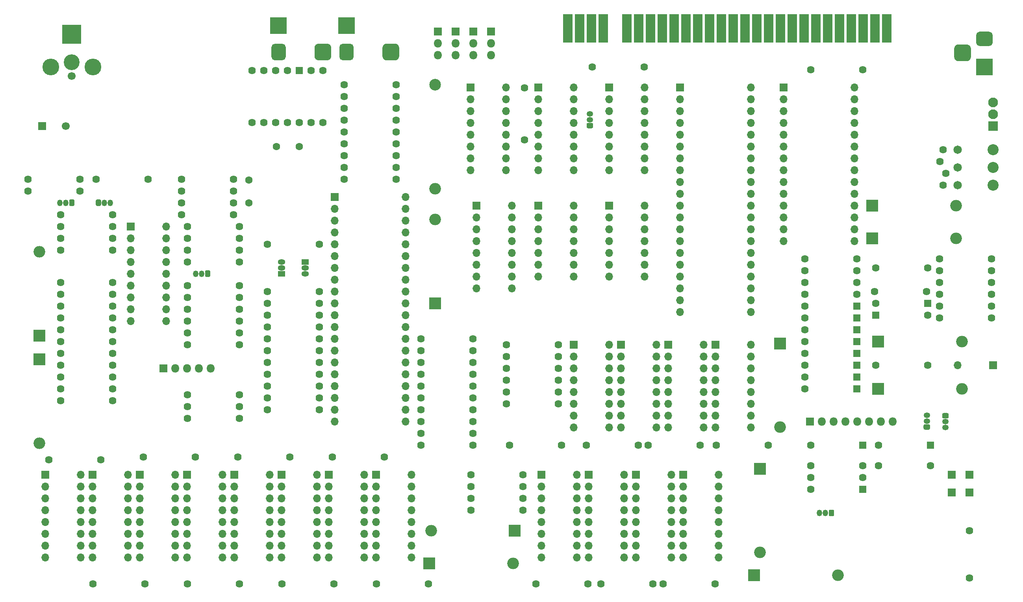
<source format=gbr>
%TF.GenerationSoftware,KiCad,Pcbnew,(5.1.6)-1*%
%TF.CreationDate,2020-12-22T12:14:04+00:00*%
%TF.ProjectId,Issue 4,49737375-6520-4342-9e6b-696361645f70,rev?*%
%TF.SameCoordinates,Original*%
%TF.FileFunction,Soldermask,Bot*%
%TF.FilePolarity,Negative*%
%FSLAX46Y46*%
G04 Gerber Fmt 4.6, Leading zero omitted, Abs format (unit mm)*
G04 Created by KiCad (PCBNEW (5.1.6)-1) date 2020-12-22 12:14:04*
%MOMM*%
%LPD*%
G01*
G04 APERTURE LIST*
%ADD10C,1.624000*%
%ADD11C,1.815000*%
%ADD12C,2.386000*%
%ADD13O,2.500000X2.500000*%
%ADD14R,2.500000X2.500000*%
%ADD15R,3.600000X3.600000*%
%ADD16O,1.700000X1.700000*%
%ADD17R,1.700000X1.700000*%
%ADD18O,1.800000X1.800000*%
%ADD19R,1.800000X1.800000*%
%ADD20R,2.100000X6.100000*%
%ADD21C,2.500000*%
%ADD22C,2.100000*%
%ADD23R,2.100000X2.100000*%
%ADD24O,1.150000X1.400000*%
%ADD25C,1.700000*%
%ADD26C,3.600000*%
%ADD27C,3.400000*%
%ADD28R,4.100000X4.100000*%
%ADD29R,1.600000X1.150000*%
%ADD30O,1.600000X1.150000*%
%ADD31R,1.624000X1.624000*%
%ADD32C,1.600000*%
%ADD33O,1.400000X1.150000*%
G04 APERTURE END LIST*
D10*
%TO.C,T1*%
X243840000Y-55880000D03*
X243205000Y-58420000D03*
X244475000Y-60960000D03*
X243840000Y-63500000D03*
D11*
X247015000Y-59690000D03*
D12*
X254635000Y-59690000D03*
X254635000Y-55880000D03*
X254635000Y-63500000D03*
D11*
X247015000Y-63500000D03*
X247015000Y-55880000D03*
%TD*%
D13*
%TO.C,C34*%
X246600000Y-67945000D03*
D14*
X228600000Y-67945000D03*
%TD*%
%TO.C,Mic0*%
G36*
G01*
X124195000Y-33125000D02*
X125995000Y-33125000D01*
G75*
G02*
X126895000Y-34025000I0J-900000D01*
G01*
X126895000Y-35825000D01*
G75*
G02*
X125995000Y-36725000I-900000J0D01*
G01*
X124195000Y-36725000D01*
G75*
G02*
X123295000Y-35825000I0J900000D01*
G01*
X123295000Y-34025000D01*
G75*
G02*
X124195000Y-33125000I900000J0D01*
G01*
G37*
G36*
G01*
X114020000Y-35950000D02*
X114020000Y-33900000D01*
G75*
G02*
X114795000Y-33125000I775000J0D01*
G01*
X116345000Y-33125000D01*
G75*
G02*
X117120000Y-33900000I0J-775000D01*
G01*
X117120000Y-35950000D01*
G75*
G02*
X116345000Y-36725000I-775000J0D01*
G01*
X114795000Y-36725000D01*
G75*
G02*
X114020000Y-35950000I0J775000D01*
G01*
G37*
D15*
X115570000Y-29210000D03*
%TD*%
D16*
%TO.C,IC5*%
X224790000Y-42545000D03*
X209550000Y-75565000D03*
X224790000Y-45085000D03*
X209550000Y-73025000D03*
X224790000Y-47625000D03*
X209550000Y-70485000D03*
X224790000Y-50165000D03*
X209550000Y-67945000D03*
X224790000Y-52705000D03*
X209550000Y-65405000D03*
X224790000Y-55245000D03*
X209550000Y-62865000D03*
X224790000Y-57785000D03*
X209550000Y-60325000D03*
X224790000Y-60325000D03*
X209550000Y-57785000D03*
X224790000Y-62865000D03*
X209550000Y-55245000D03*
X224790000Y-65405000D03*
X209550000Y-52705000D03*
X224790000Y-67945000D03*
X209550000Y-50165000D03*
X224790000Y-70485000D03*
X209550000Y-47625000D03*
X224790000Y-73025000D03*
X209550000Y-45085000D03*
X224790000Y-75565000D03*
D17*
X209550000Y-42545000D03*
%TD*%
D16*
%TO.C,IC2*%
X202565000Y-42545000D03*
X187325000Y-90805000D03*
X202565000Y-45085000D03*
X187325000Y-88265000D03*
X202565000Y-47625000D03*
X187325000Y-85725000D03*
X202565000Y-50165000D03*
X187325000Y-83185000D03*
X202565000Y-52705000D03*
X187325000Y-80645000D03*
X202565000Y-55245000D03*
X187325000Y-78105000D03*
X202565000Y-57785000D03*
X187325000Y-75565000D03*
X202565000Y-60325000D03*
X187325000Y-73025000D03*
X202565000Y-62865000D03*
X187325000Y-70485000D03*
X202565000Y-65405000D03*
X187325000Y-67945000D03*
X202565000Y-67945000D03*
X187325000Y-65405000D03*
X202565000Y-70485000D03*
X187325000Y-62865000D03*
X202565000Y-73025000D03*
X187325000Y-60325000D03*
X202565000Y-75565000D03*
X187325000Y-57785000D03*
X202565000Y-78105000D03*
X187325000Y-55245000D03*
X202565000Y-80645000D03*
X187325000Y-52705000D03*
X202565000Y-83185000D03*
X187325000Y-50165000D03*
X202565000Y-85725000D03*
X187325000Y-47625000D03*
X202565000Y-88265000D03*
X187325000Y-45085000D03*
X202565000Y-90805000D03*
D17*
X187325000Y-42545000D03*
%TD*%
%TO.C,Ear0*%
G36*
G01*
X109590000Y-33125000D02*
X111390000Y-33125000D01*
G75*
G02*
X112290000Y-34025000I0J-900000D01*
G01*
X112290000Y-35825000D01*
G75*
G02*
X111390000Y-36725000I-900000J0D01*
G01*
X109590000Y-36725000D01*
G75*
G02*
X108690000Y-35825000I0J900000D01*
G01*
X108690000Y-34025000D01*
G75*
G02*
X109590000Y-33125000I900000J0D01*
G01*
G37*
G36*
G01*
X99415000Y-35950000D02*
X99415000Y-33900000D01*
G75*
G02*
X100190000Y-33125000I775000J0D01*
G01*
X101740000Y-33125000D01*
G75*
G02*
X102515000Y-33900000I0J-775000D01*
G01*
X102515000Y-35950000D01*
G75*
G02*
X101740000Y-36725000I-775000J0D01*
G01*
X100190000Y-36725000D01*
G75*
G02*
X99415000Y-35950000I0J775000D01*
G01*
G37*
D15*
X100965000Y-29210000D03*
%TD*%
D10*
%TO.C,LS1*%
X249555000Y-147955000D03*
X249555000Y-137795000D03*
%TD*%
D18*
%TO.C,J4*%
X142875000Y-35560000D03*
X142875000Y-33020000D03*
D19*
X142875000Y-30480000D03*
%TD*%
D18*
%TO.C,J3*%
X139065000Y-35560000D03*
X139065000Y-33020000D03*
D19*
X139065000Y-30480000D03*
%TD*%
D18*
%TO.C,J2*%
X135255000Y-35560000D03*
X135255000Y-33020000D03*
D19*
X135255000Y-30480000D03*
%TD*%
D18*
%TO.C,J1*%
X146685000Y-35560000D03*
X146685000Y-33020000D03*
D19*
X146685000Y-30480000D03*
%TD*%
D20*
%TO.C,E1*%
X231775000Y-29845000D03*
X229235000Y-29845000D03*
X226695000Y-29845000D03*
X224155000Y-29845000D03*
X221615000Y-29845000D03*
X219075000Y-29845000D03*
X216535000Y-29845000D03*
X213995000Y-29845000D03*
X211455000Y-29845000D03*
X208915000Y-29845000D03*
X206375000Y-29845000D03*
X203835000Y-29845000D03*
X201295000Y-29845000D03*
X198755000Y-29845000D03*
X196215000Y-29845000D03*
X193675000Y-29845000D03*
X191135000Y-29845000D03*
X188595000Y-29845000D03*
X186055000Y-29845000D03*
X183515000Y-29845000D03*
X180975000Y-29845000D03*
X178435000Y-29845000D03*
X175895000Y-29845000D03*
X170815000Y-29845000D03*
X168275000Y-29845000D03*
X165735000Y-29845000D03*
X163195000Y-29845000D03*
%TD*%
%TO.C,J7*%
G36*
G01*
X247130000Y-33300000D02*
X248930000Y-33300000D01*
G75*
G02*
X249830000Y-34200000I0J-900000D01*
G01*
X249830000Y-36000000D01*
G75*
G02*
X248930000Y-36900000I-900000J0D01*
G01*
X247130000Y-36900000D01*
G75*
G02*
X246230000Y-36000000I0J900000D01*
G01*
X246230000Y-34200000D01*
G75*
G02*
X247130000Y-33300000I900000J0D01*
G01*
G37*
G36*
G01*
X251705000Y-30550000D02*
X253755000Y-30550000D01*
G75*
G02*
X254530000Y-31325000I0J-775000D01*
G01*
X254530000Y-32875000D01*
G75*
G02*
X253755000Y-33650000I-775000J0D01*
G01*
X251705000Y-33650000D01*
G75*
G02*
X250930000Y-32875000I0J775000D01*
G01*
X250930000Y-31325000D01*
G75*
G02*
X251705000Y-30550000I775000J0D01*
G01*
G37*
D15*
X252730000Y-38100000D03*
%TD*%
D13*
%TO.C,R34*%
X134620000Y-64310000D03*
D21*
X134620000Y-41910000D03*
%TD*%
D22*
%TO.C,REG1*%
X254635000Y-45720000D03*
X254635000Y-48260000D03*
D23*
X254635000Y-50800000D03*
%TD*%
%TO.C,TR3*%
G36*
G01*
X86300000Y-82123700D02*
X86300000Y-82976300D01*
G75*
G02*
X86026300Y-83250000I-273700J0D01*
G01*
X85423700Y-83250000D01*
G75*
G02*
X85150000Y-82976300I0J273700D01*
G01*
X85150000Y-82123700D01*
G75*
G02*
X85423700Y-81850000I273700J0D01*
G01*
X86026300Y-81850000D01*
G75*
G02*
X86300000Y-82123700I0J-273700D01*
G01*
G37*
D24*
X83185000Y-82550000D03*
X84455000Y-82550000D03*
%TD*%
D13*
%TO.C,C74*%
X247870000Y-107315000D03*
D14*
X229870000Y-107315000D03*
%TD*%
D16*
%TO.C,D19*%
X247015000Y-102235000D03*
D17*
X254635000Y-102235000D03*
%TD*%
D25*
%TO.C,J12*%
X56515000Y-40115000D03*
D26*
X61015000Y-38115000D03*
X52015000Y-38115000D03*
D27*
X56515000Y-37115000D03*
D28*
X56515000Y-31115000D03*
%TD*%
D19*
%TO.C,J11*%
X249555000Y-125730000D03*
%TD*%
%TO.C,J10*%
X245745000Y-125730000D03*
%TD*%
%TO.C,J9*%
X249555000Y-129540000D03*
%TD*%
%TO.C,J8*%
X245745000Y-129540000D03*
%TD*%
D13*
%TO.C,C27*%
X208788000Y-115536000D03*
D14*
X208788000Y-97536000D03*
%TD*%
D29*
%TO.C,TR9*%
X101600000Y-82550000D03*
D30*
X101600000Y-80010000D03*
X101600000Y-81280000D03*
%TD*%
D29*
%TO.C,TR8*%
X106680000Y-80010000D03*
D30*
X106680000Y-82550000D03*
X106680000Y-81280000D03*
%TD*%
D25*
%TO.C,C81*%
X55165000Y-50800000D03*
D17*
X50165000Y-50800000D03*
%TD*%
D10*
%TO.C,D29*%
X240538000Y-91440000D03*
D31*
X229362000Y-91440000D03*
%TD*%
D10*
%TO.C,D17*%
X215392000Y-119380000D03*
D31*
X226568000Y-119380000D03*
%TD*%
D10*
%TO.C,D15*%
X229997000Y-119380000D03*
D31*
X241173000Y-119380000D03*
%TD*%
D10*
%TO.C,D13*%
X105410000Y-50038000D03*
D31*
X105410000Y-38862000D03*
%TD*%
D10*
%TO.C,D11*%
X229362000Y-88900000D03*
D31*
X240538000Y-88900000D03*
%TD*%
D10*
%TO.C,D9*%
X215392000Y-128905000D03*
D31*
X226568000Y-128905000D03*
%TD*%
D10*
%TO.C,D8*%
X214122000Y-107315000D03*
D31*
X225298000Y-107315000D03*
%TD*%
D10*
%TO.C,D7*%
X214122000Y-104775000D03*
D31*
X225298000Y-104775000D03*
%TD*%
D10*
%TO.C,D6*%
X214122000Y-102235000D03*
D31*
X225298000Y-102235000D03*
%TD*%
D10*
%TO.C,D5*%
X214122000Y-99695000D03*
D31*
X225298000Y-99695000D03*
%TD*%
D10*
%TO.C,D4*%
X214122000Y-97155000D03*
D31*
X225298000Y-97155000D03*
%TD*%
D10*
%TO.C,D3*%
X214122000Y-94615000D03*
D31*
X225298000Y-94615000D03*
%TD*%
D10*
%TO.C,D2*%
X214122000Y-92075000D03*
D31*
X225298000Y-92075000D03*
%TD*%
D10*
%TO.C,D1*%
X214122000Y-89535000D03*
D31*
X225298000Y-89535000D03*
%TD*%
D10*
%TO.C,C31*%
X110490000Y-38862000D03*
X110490000Y-50038000D03*
%TD*%
%TO.C,C76*%
X65278000Y-77470000D03*
X54102000Y-77470000D03*
%TD*%
%TO.C,C75*%
X109728000Y-99060000D03*
X98552000Y-99060000D03*
%TD*%
%TO.C,C73*%
X126238000Y-44450000D03*
X115062000Y-44450000D03*
%TD*%
%TO.C,C72*%
X109728000Y-88900000D03*
X98552000Y-88900000D03*
%TD*%
%TO.C,C71*%
X109728000Y-104140000D03*
X98552000Y-104140000D03*
%TD*%
%TO.C,C70*%
X109728000Y-109220000D03*
X98552000Y-109220000D03*
%TD*%
%TO.C,C69*%
X109728000Y-101600000D03*
X98552000Y-101600000D03*
%TD*%
%TO.C,C68*%
X109728000Y-106680000D03*
X98552000Y-106680000D03*
%TD*%
%TO.C,C67*%
X81407000Y-90170000D03*
X92583000Y-90170000D03*
%TD*%
%TO.C,C66*%
X243078000Y-79375000D03*
X254254000Y-79375000D03*
%TD*%
%TO.C,C64*%
X142367000Y-125730000D03*
X153543000Y-125730000D03*
%TD*%
%TO.C,C63*%
X142367000Y-128270000D03*
X153543000Y-128270000D03*
%TD*%
%TO.C,C62*%
X183642000Y-149225000D03*
X194818000Y-149225000D03*
%TD*%
%TO.C,C60*%
X161798000Y-119380000D03*
X150622000Y-119380000D03*
%TD*%
%TO.C,C59*%
X178308000Y-119380000D03*
X167132000Y-119380000D03*
%TD*%
%TO.C,C58*%
X180467000Y-119380000D03*
X191643000Y-119380000D03*
%TD*%
%TO.C,C57*%
X195072000Y-119380000D03*
X206248000Y-119380000D03*
%TD*%
%TO.C,C56*%
X156337000Y-149225000D03*
X167513000Y-149225000D03*
%TD*%
%TO.C,C55*%
X170307000Y-149225000D03*
X181483000Y-149225000D03*
%TD*%
%TO.C,C53*%
X81407000Y-108585000D03*
X92583000Y-108585000D03*
%TD*%
%TO.C,C52*%
X81407000Y-95250000D03*
X92583000Y-95250000D03*
%TD*%
%TO.C,C49*%
X229362000Y-81280000D03*
X240538000Y-81280000D03*
%TD*%
%TO.C,C48*%
X81407000Y-80010000D03*
X92583000Y-80010000D03*
%TD*%
%TO.C,C43*%
X243078000Y-84455000D03*
X254254000Y-84455000D03*
%TD*%
%TO.C,C42*%
X58293000Y-62230000D03*
X47117000Y-62230000D03*
%TD*%
%TO.C,C41*%
X226568000Y-38735000D03*
X215392000Y-38735000D03*
%TD*%
%TO.C,C40*%
X65278000Y-94615000D03*
X54102000Y-94615000D03*
%TD*%
%TO.C,C39*%
X91313000Y-67310000D03*
X80137000Y-67310000D03*
%TD*%
%TO.C,C38*%
X91313000Y-64770000D03*
X80137000Y-64770000D03*
%TD*%
%TO.C,C37*%
X91313000Y-69850000D03*
X80137000Y-69850000D03*
%TD*%
%TO.C,C35*%
X102870000Y-38862000D03*
X102870000Y-50038000D03*
%TD*%
%TO.C,C33*%
X81407000Y-113665000D03*
X92583000Y-113665000D03*
%TD*%
%TO.C,C32*%
X100330000Y-50038000D03*
X100330000Y-38862000D03*
%TD*%
%TO.C,C30*%
X109728000Y-96520000D03*
X98552000Y-96520000D03*
%TD*%
%TO.C,C29*%
X126238000Y-41910000D03*
X115062000Y-41910000D03*
%TD*%
%TO.C,C26*%
X179578000Y-38100000D03*
X168402000Y-38100000D03*
%TD*%
%TO.C,C8*%
X122047000Y-149225000D03*
X133223000Y-149225000D03*
%TD*%
%TO.C,C7*%
X112903000Y-149225000D03*
X101727000Y-149225000D03*
%TD*%
%TO.C,C6*%
X92583000Y-149225000D03*
X81407000Y-149225000D03*
%TD*%
%TO.C,C5*%
X72263000Y-149225000D03*
X61087000Y-149225000D03*
%TD*%
%TO.C,C4*%
X112522000Y-121920000D03*
X123698000Y-121920000D03*
%TD*%
%TO.C,C3*%
X92202000Y-121920000D03*
X103378000Y-121920000D03*
%TD*%
%TO.C,C2*%
X71882000Y-121920000D03*
X83058000Y-121920000D03*
%TD*%
%TO.C,C1*%
X51562000Y-122555000D03*
X62738000Y-122555000D03*
%TD*%
%TO.C,R79*%
X229362000Y-102235000D03*
X240538000Y-102235000D03*
%TD*%
%TO.C,R78*%
X98552000Y-86360000D03*
X109728000Y-86360000D03*
%TD*%
%TO.C,R77*%
X98552000Y-93980000D03*
X109728000Y-93980000D03*
%TD*%
%TO.C,R76*%
X98552000Y-76200000D03*
X109728000Y-76200000D03*
%TD*%
%TO.C,R75*%
X109728000Y-111760000D03*
X98552000Y-111760000D03*
%TD*%
%TO.C,R74*%
X109728000Y-91440000D03*
X98552000Y-91440000D03*
%TD*%
%TO.C,R73*%
X81407000Y-92710000D03*
X92583000Y-92710000D03*
%TD*%
%TO.C,R72*%
X65278000Y-84455000D03*
X54102000Y-84455000D03*
%TD*%
%TO.C,R71*%
X153543000Y-133350000D03*
X142367000Y-133350000D03*
%TD*%
%TO.C,R70*%
X153543000Y-130810000D03*
X142367000Y-130810000D03*
%TD*%
%TO.C,R69*%
X65278000Y-99695000D03*
X54102000Y-99695000D03*
%TD*%
%TO.C,R68*%
X65278000Y-102235000D03*
X54102000Y-102235000D03*
%TD*%
%TO.C,R67*%
X65278000Y-104775000D03*
X54102000Y-104775000D03*
%TD*%
%TO.C,R66*%
X65278000Y-107315000D03*
X54102000Y-107315000D03*
%TD*%
%TO.C,R65*%
X65278000Y-109855000D03*
X54102000Y-109855000D03*
%TD*%
%TO.C,R64*%
X65278000Y-97155000D03*
X54102000Y-97155000D03*
%TD*%
%TO.C,R63*%
X81407000Y-111125000D03*
X92583000Y-111125000D03*
%TD*%
%TO.C,R62*%
X229108000Y-86360000D03*
X240284000Y-86360000D03*
%TD*%
%TO.C,R61*%
X254254000Y-81915000D03*
X243078000Y-81915000D03*
%TD*%
%TO.C,R60*%
X254254000Y-86995000D03*
X243078000Y-86995000D03*
%TD*%
%TO.C,R59*%
X254254000Y-92075000D03*
X243078000Y-92075000D03*
%TD*%
%TO.C,R58*%
X254254000Y-89535000D03*
X243078000Y-89535000D03*
%TD*%
%TO.C,R56*%
X81407000Y-97790000D03*
X92583000Y-97790000D03*
%TD*%
%TO.C,R53*%
X61722000Y-62230000D03*
X72898000Y-62230000D03*
%TD*%
%TO.C,R52*%
X54102000Y-72390000D03*
X65278000Y-72390000D03*
%TD*%
%TO.C,R51*%
X47117000Y-64770000D03*
X58293000Y-64770000D03*
%TD*%
%TO.C,R50*%
X54102000Y-74930000D03*
X65278000Y-74930000D03*
%TD*%
%TO.C,R49*%
X54102000Y-69850000D03*
X65278000Y-69850000D03*
%TD*%
%TO.C,R48*%
X54102000Y-89535000D03*
X65278000Y-89535000D03*
%TD*%
%TO.C,R47*%
X65278000Y-92075000D03*
X54102000Y-92075000D03*
%TD*%
%TO.C,R46*%
X80137000Y-62230000D03*
X91313000Y-62230000D03*
%TD*%
%TO.C,R45*%
X81407000Y-72390000D03*
X92583000Y-72390000D03*
%TD*%
%TO.C,R44*%
X81407000Y-74930000D03*
X92583000Y-74930000D03*
%TD*%
%TO.C,R43*%
X81407000Y-77470000D03*
X92583000Y-77470000D03*
%TD*%
%TO.C,R42*%
X65278000Y-86995000D03*
X54102000Y-86995000D03*
%TD*%
%TO.C,R37*%
X95250000Y-50038000D03*
X95250000Y-38862000D03*
%TD*%
%TO.C,R36*%
X97790000Y-50038000D03*
X97790000Y-38862000D03*
%TD*%
%TO.C,R35*%
X107950000Y-38862000D03*
X107950000Y-50038000D03*
%TD*%
%TO.C,R33*%
X241173000Y-123825000D03*
X229997000Y-123825000D03*
%TD*%
%TO.C,R31*%
X225298000Y-86995000D03*
X214122000Y-86995000D03*
%TD*%
%TO.C,R30*%
X214122000Y-79375000D03*
X225298000Y-79375000D03*
%TD*%
%TO.C,R29*%
X214122000Y-81915000D03*
X225298000Y-81915000D03*
%TD*%
%TO.C,R28*%
X214122000Y-84455000D03*
X225298000Y-84455000D03*
%TD*%
%TO.C,R27*%
X215392000Y-126365000D03*
X226568000Y-126365000D03*
%TD*%
%TO.C,R26*%
X215392000Y-123825000D03*
X226568000Y-123825000D03*
%TD*%
%TO.C,R25*%
X81407000Y-87630000D03*
X92583000Y-87630000D03*
%TD*%
%TO.C,R24*%
X92583000Y-85090000D03*
X81407000Y-85090000D03*
%TD*%
%TO.C,R23*%
X115062000Y-54610000D03*
X126238000Y-54610000D03*
%TD*%
%TO.C,R22*%
X115062000Y-49530000D03*
X126238000Y-49530000D03*
%TD*%
%TO.C,R21*%
X115062000Y-57150000D03*
X126238000Y-57150000D03*
%TD*%
%TO.C,R20*%
X115062000Y-62230000D03*
X126238000Y-62230000D03*
%TD*%
%TO.C,R19*%
X115062000Y-52070000D03*
X126238000Y-52070000D03*
%TD*%
%TO.C,R18*%
X115062000Y-46990000D03*
X126238000Y-46990000D03*
%TD*%
%TO.C,R17*%
X115062000Y-59690000D03*
X126238000Y-59690000D03*
%TD*%
%TO.C,R16*%
X149987000Y-97790000D03*
X161163000Y-97790000D03*
%TD*%
%TO.C,R15*%
X149987000Y-100330000D03*
X161163000Y-100330000D03*
%TD*%
%TO.C,R14*%
X149987000Y-102870000D03*
X161163000Y-102870000D03*
%TD*%
%TO.C,R13*%
X149987000Y-105410000D03*
X161163000Y-105410000D03*
%TD*%
%TO.C,R12*%
X149987000Y-107950000D03*
X161163000Y-107950000D03*
%TD*%
%TO.C,R11*%
X149987000Y-110490000D03*
X161163000Y-110490000D03*
%TD*%
%TO.C,R10*%
X142748000Y-116840000D03*
X131572000Y-116840000D03*
%TD*%
%TO.C,R9*%
X142748000Y-119380000D03*
X131572000Y-119380000D03*
%TD*%
%TO.C,R8*%
X131572000Y-96520000D03*
X142748000Y-96520000D03*
%TD*%
%TO.C,R7*%
X131572000Y-99060000D03*
X142748000Y-99060000D03*
%TD*%
%TO.C,R6*%
X131572000Y-101600000D03*
X142748000Y-101600000D03*
%TD*%
%TO.C,R5*%
X131572000Y-104140000D03*
X142748000Y-104140000D03*
%TD*%
%TO.C,R4*%
X131572000Y-106680000D03*
X142748000Y-106680000D03*
%TD*%
%TO.C,R3*%
X131572000Y-109220000D03*
X142748000Y-109220000D03*
%TD*%
%TO.C,R2*%
X131572000Y-111760000D03*
X142748000Y-111760000D03*
%TD*%
%TO.C,R1*%
X131572000Y-114300000D03*
X142748000Y-114300000D03*
%TD*%
D32*
%TO.C,X1*%
X100510000Y-55245000D03*
X105410000Y-55245000D03*
%TD*%
%TO.C,X2*%
X94615000Y-62410000D03*
X94615000Y-67310000D03*
%TD*%
D13*
%TO.C,C80*%
X221200000Y-147320000D03*
D14*
X203200000Y-147320000D03*
%TD*%
D13*
%TO.C,C79*%
X204470000Y-142460000D03*
D14*
X204470000Y-124460000D03*
%TD*%
D13*
%TO.C,C65*%
X49530000Y-77885000D03*
D14*
X49530000Y-95885000D03*
%TD*%
D13*
%TO.C,C50*%
X246600000Y-74930000D03*
D14*
X228600000Y-74930000D03*
%TD*%
D13*
%TO.C,C46*%
X247870000Y-97155000D03*
D14*
X229870000Y-97155000D03*
%TD*%
D13*
%TO.C,C45*%
X133765000Y-137795000D03*
D14*
X151765000Y-137795000D03*
%TD*%
D13*
%TO.C,C44*%
X151350000Y-144780000D03*
D14*
X133350000Y-144780000D03*
%TD*%
D13*
%TO.C,C28*%
X134620000Y-70900000D03*
D14*
X134620000Y-88900000D03*
%TD*%
D13*
%TO.C,C25*%
X49530000Y-118965000D03*
D14*
X49530000Y-100965000D03*
%TD*%
D16*
%TO.C,IC26*%
X179705000Y-42545000D03*
X172085000Y-60325000D03*
X179705000Y-45085000D03*
X172085000Y-57785000D03*
X179705000Y-47625000D03*
X172085000Y-55245000D03*
X179705000Y-50165000D03*
X172085000Y-52705000D03*
X179705000Y-52705000D03*
X172085000Y-50165000D03*
X179705000Y-55245000D03*
X172085000Y-47625000D03*
X179705000Y-57785000D03*
X172085000Y-45085000D03*
X179705000Y-60325000D03*
D17*
X172085000Y-42545000D03*
%TD*%
D16*
%TO.C,IC25*%
X151130000Y-67945000D03*
X143510000Y-85725000D03*
X151130000Y-70485000D03*
X143510000Y-83185000D03*
X151130000Y-73025000D03*
X143510000Y-80645000D03*
X151130000Y-75565000D03*
X143510000Y-78105000D03*
X151130000Y-78105000D03*
X143510000Y-75565000D03*
X151130000Y-80645000D03*
X143510000Y-73025000D03*
X151130000Y-83185000D03*
X143510000Y-70485000D03*
X151130000Y-85725000D03*
D17*
X143510000Y-67945000D03*
%TD*%
D16*
%TO.C,IC22*%
X172085000Y-97790000D03*
X164465000Y-115570000D03*
X172085000Y-100330000D03*
X164465000Y-113030000D03*
X172085000Y-102870000D03*
X164465000Y-110490000D03*
X172085000Y-105410000D03*
X164465000Y-107950000D03*
X172085000Y-107950000D03*
X164465000Y-105410000D03*
X172085000Y-110490000D03*
X164465000Y-102870000D03*
X172085000Y-113030000D03*
X164465000Y-100330000D03*
X172085000Y-115570000D03*
D17*
X164465000Y-97790000D03*
%TD*%
D16*
%TO.C,IC21*%
X182245000Y-97790000D03*
X174625000Y-115570000D03*
X182245000Y-100330000D03*
X174625000Y-113030000D03*
X182245000Y-102870000D03*
X174625000Y-110490000D03*
X182245000Y-105410000D03*
X174625000Y-107950000D03*
X182245000Y-107950000D03*
X174625000Y-105410000D03*
X182245000Y-110490000D03*
X174625000Y-102870000D03*
X182245000Y-113030000D03*
X174625000Y-100330000D03*
X182245000Y-115570000D03*
D17*
X174625000Y-97790000D03*
%TD*%
D16*
%TO.C,IC20*%
X192405000Y-97790000D03*
X184785000Y-115570000D03*
X192405000Y-100330000D03*
X184785000Y-113030000D03*
X192405000Y-102870000D03*
X184785000Y-110490000D03*
X192405000Y-105410000D03*
X184785000Y-107950000D03*
X192405000Y-107950000D03*
X184785000Y-105410000D03*
X192405000Y-110490000D03*
X184785000Y-102870000D03*
X192405000Y-113030000D03*
X184785000Y-100330000D03*
X192405000Y-115570000D03*
D17*
X184785000Y-97790000D03*
%TD*%
D16*
%TO.C,IC19*%
X202565000Y-97790000D03*
X194945000Y-115570000D03*
X202565000Y-100330000D03*
X194945000Y-113030000D03*
X202565000Y-102870000D03*
X194945000Y-110490000D03*
X202565000Y-105410000D03*
X194945000Y-107950000D03*
X202565000Y-107950000D03*
X194945000Y-105410000D03*
X202565000Y-110490000D03*
X194945000Y-102870000D03*
X202565000Y-113030000D03*
X194945000Y-100330000D03*
X202565000Y-115570000D03*
D17*
X194945000Y-97790000D03*
%TD*%
D16*
%TO.C,IC18*%
X165100000Y-125730000D03*
X157480000Y-143510000D03*
X165100000Y-128270000D03*
X157480000Y-140970000D03*
X165100000Y-130810000D03*
X157480000Y-138430000D03*
X165100000Y-133350000D03*
X157480000Y-135890000D03*
X165100000Y-135890000D03*
X157480000Y-133350000D03*
X165100000Y-138430000D03*
X157480000Y-130810000D03*
X165100000Y-140970000D03*
X157480000Y-128270000D03*
X165100000Y-143510000D03*
D17*
X157480000Y-125730000D03*
%TD*%
D16*
%TO.C,IC17*%
X175260000Y-125730000D03*
X167640000Y-143510000D03*
X175260000Y-128270000D03*
X167640000Y-140970000D03*
X175260000Y-130810000D03*
X167640000Y-138430000D03*
X175260000Y-133350000D03*
X167640000Y-135890000D03*
X175260000Y-135890000D03*
X167640000Y-133350000D03*
X175260000Y-138430000D03*
X167640000Y-130810000D03*
X175260000Y-140970000D03*
X167640000Y-128270000D03*
X175260000Y-143510000D03*
D17*
X167640000Y-125730000D03*
%TD*%
D16*
%TO.C,IC16*%
X185420000Y-125730000D03*
X177800000Y-143510000D03*
X185420000Y-128270000D03*
X177800000Y-140970000D03*
X185420000Y-130810000D03*
X177800000Y-138430000D03*
X185420000Y-133350000D03*
X177800000Y-135890000D03*
X185420000Y-135890000D03*
X177800000Y-133350000D03*
X185420000Y-138430000D03*
X177800000Y-130810000D03*
X185420000Y-140970000D03*
X177800000Y-128270000D03*
X185420000Y-143510000D03*
D17*
X177800000Y-125730000D03*
%TD*%
D16*
%TO.C,IC15*%
X195580000Y-125730000D03*
X187960000Y-143510000D03*
X195580000Y-128270000D03*
X187960000Y-140970000D03*
X195580000Y-130810000D03*
X187960000Y-138430000D03*
X195580000Y-133350000D03*
X187960000Y-135890000D03*
X195580000Y-135890000D03*
X187960000Y-133350000D03*
X195580000Y-138430000D03*
X187960000Y-130810000D03*
X195580000Y-140970000D03*
X187960000Y-128270000D03*
X195580000Y-143510000D03*
D17*
X187960000Y-125730000D03*
%TD*%
D16*
%TO.C,IC13*%
X58420000Y-125730000D03*
X50800000Y-143510000D03*
X58420000Y-128270000D03*
X50800000Y-140970000D03*
X58420000Y-130810000D03*
X50800000Y-138430000D03*
X58420000Y-133350000D03*
X50800000Y-135890000D03*
X58420000Y-135890000D03*
X50800000Y-133350000D03*
X58420000Y-138430000D03*
X50800000Y-130810000D03*
X58420000Y-140970000D03*
X50800000Y-128270000D03*
X58420000Y-143510000D03*
D17*
X50800000Y-125730000D03*
%TD*%
D16*
%TO.C,IC12*%
X68580000Y-125730000D03*
X60960000Y-143510000D03*
X68580000Y-128270000D03*
X60960000Y-140970000D03*
X68580000Y-130810000D03*
X60960000Y-138430000D03*
X68580000Y-133350000D03*
X60960000Y-135890000D03*
X68580000Y-135890000D03*
X60960000Y-133350000D03*
X68580000Y-138430000D03*
X60960000Y-130810000D03*
X68580000Y-140970000D03*
X60960000Y-128270000D03*
X68580000Y-143510000D03*
D17*
X60960000Y-125730000D03*
%TD*%
D16*
%TO.C,IC11*%
X78740000Y-125730000D03*
X71120000Y-143510000D03*
X78740000Y-128270000D03*
X71120000Y-140970000D03*
X78740000Y-130810000D03*
X71120000Y-138430000D03*
X78740000Y-133350000D03*
X71120000Y-135890000D03*
X78740000Y-135890000D03*
X71120000Y-133350000D03*
X78740000Y-138430000D03*
X71120000Y-130810000D03*
X78740000Y-140970000D03*
X71120000Y-128270000D03*
X78740000Y-143510000D03*
D17*
X71120000Y-125730000D03*
%TD*%
D16*
%TO.C,IC10*%
X88900000Y-125730000D03*
X81280000Y-143510000D03*
X88900000Y-128270000D03*
X81280000Y-140970000D03*
X88900000Y-130810000D03*
X81280000Y-138430000D03*
X88900000Y-133350000D03*
X81280000Y-135890000D03*
X88900000Y-135890000D03*
X81280000Y-133350000D03*
X88900000Y-138430000D03*
X81280000Y-130810000D03*
X88900000Y-140970000D03*
X81280000Y-128270000D03*
X88900000Y-143510000D03*
D17*
X81280000Y-125730000D03*
%TD*%
D16*
%TO.C,IC9*%
X99060000Y-125730000D03*
X91440000Y-143510000D03*
X99060000Y-128270000D03*
X91440000Y-140970000D03*
X99060000Y-130810000D03*
X91440000Y-138430000D03*
X99060000Y-133350000D03*
X91440000Y-135890000D03*
X99060000Y-135890000D03*
X91440000Y-133350000D03*
X99060000Y-138430000D03*
X91440000Y-130810000D03*
X99060000Y-140970000D03*
X91440000Y-128270000D03*
X99060000Y-143510000D03*
D17*
X91440000Y-125730000D03*
%TD*%
D16*
%TO.C,IC8*%
X109220000Y-125730000D03*
X101600000Y-143510000D03*
X109220000Y-128270000D03*
X101600000Y-140970000D03*
X109220000Y-130810000D03*
X101600000Y-138430000D03*
X109220000Y-133350000D03*
X101600000Y-135890000D03*
X109220000Y-135890000D03*
X101600000Y-133350000D03*
X109220000Y-138430000D03*
X101600000Y-130810000D03*
X109220000Y-140970000D03*
X101600000Y-128270000D03*
X109220000Y-143510000D03*
D17*
X101600000Y-125730000D03*
%TD*%
D16*
%TO.C,IC7*%
X119380000Y-125730000D03*
X111760000Y-143510000D03*
X119380000Y-128270000D03*
X111760000Y-140970000D03*
X119380000Y-130810000D03*
X111760000Y-138430000D03*
X119380000Y-133350000D03*
X111760000Y-135890000D03*
X119380000Y-135890000D03*
X111760000Y-133350000D03*
X119380000Y-138430000D03*
X111760000Y-130810000D03*
X119380000Y-140970000D03*
X111760000Y-128270000D03*
X119380000Y-143510000D03*
D17*
X111760000Y-125730000D03*
%TD*%
D16*
%TO.C,IC6*%
X129540000Y-125730000D03*
X121920000Y-143510000D03*
X129540000Y-128270000D03*
X121920000Y-140970000D03*
X129540000Y-130810000D03*
X121920000Y-138430000D03*
X129540000Y-133350000D03*
X121920000Y-135890000D03*
X129540000Y-135890000D03*
X121920000Y-133350000D03*
X129540000Y-138430000D03*
X121920000Y-130810000D03*
X129540000Y-140970000D03*
X121920000Y-128270000D03*
X129540000Y-143510000D03*
D17*
X121920000Y-125730000D03*
%TD*%
D16*
%TO.C,IC4*%
X164465000Y-42545000D03*
X156845000Y-60325000D03*
X164465000Y-45085000D03*
X156845000Y-57785000D03*
X164465000Y-47625000D03*
X156845000Y-55245000D03*
X164465000Y-50165000D03*
X156845000Y-52705000D03*
X164465000Y-52705000D03*
X156845000Y-50165000D03*
X164465000Y-55245000D03*
X156845000Y-47625000D03*
X164465000Y-57785000D03*
X156845000Y-45085000D03*
X164465000Y-60325000D03*
D17*
X156845000Y-42545000D03*
%TD*%
D16*
%TO.C,IC3*%
X149860000Y-42545000D03*
X142240000Y-60325000D03*
X149860000Y-45085000D03*
X142240000Y-57785000D03*
X149860000Y-47625000D03*
X142240000Y-55245000D03*
X149860000Y-50165000D03*
X142240000Y-52705000D03*
X149860000Y-52705000D03*
X142240000Y-50165000D03*
X149860000Y-55245000D03*
X142240000Y-47625000D03*
X149860000Y-57785000D03*
X142240000Y-45085000D03*
X149860000Y-60325000D03*
D17*
X142240000Y-42545000D03*
%TD*%
%TO.C,TR7*%
G36*
G01*
X220412000Y-133558700D02*
X220412000Y-134411300D01*
G75*
G02*
X220138300Y-134685000I-273700J0D01*
G01*
X219535700Y-134685000D01*
G75*
G02*
X219262000Y-134411300I0J273700D01*
G01*
X219262000Y-133558700D01*
G75*
G02*
X219535700Y-133285000I273700J0D01*
G01*
X220138300Y-133285000D01*
G75*
G02*
X220412000Y-133558700I0J-273700D01*
G01*
G37*
D24*
X217297000Y-133985000D03*
X218567000Y-133985000D03*
%TD*%
%TO.C,TR6*%
G36*
G01*
X168320300Y-51311500D02*
X167467700Y-51311500D01*
G75*
G02*
X167194000Y-51037800I0J273700D01*
G01*
X167194000Y-50435200D01*
G75*
G02*
X167467700Y-50161500I273700J0D01*
G01*
X168320300Y-50161500D01*
G75*
G02*
X168594000Y-50435200I0J-273700D01*
G01*
X168594000Y-51037800D01*
G75*
G02*
X168320300Y-51311500I-273700J0D01*
G01*
G37*
D33*
X167894000Y-48196500D03*
X167894000Y-49466500D03*
%TD*%
%TO.C,TR5*%
G36*
G01*
X243921700Y-112518500D02*
X244774300Y-112518500D01*
G75*
G02*
X245048000Y-112792200I0J-273700D01*
G01*
X245048000Y-113394800D01*
G75*
G02*
X244774300Y-113668500I-273700J0D01*
G01*
X243921700Y-113668500D01*
G75*
G02*
X243648000Y-113394800I0J273700D01*
G01*
X243648000Y-112792200D01*
G75*
G02*
X243921700Y-112518500I273700J0D01*
G01*
G37*
X244348000Y-115633500D03*
X244348000Y-114363500D03*
%TD*%
%TO.C,TR4*%
G36*
G01*
X240773800Y-116081500D02*
X239921200Y-116081500D01*
G75*
G02*
X239647500Y-115807800I0J273700D01*
G01*
X239647500Y-115205200D01*
G75*
G02*
X239921200Y-114931500I273700J0D01*
G01*
X240773800Y-114931500D01*
G75*
G02*
X241047500Y-115205200I0J-273700D01*
G01*
X241047500Y-115807800D01*
G75*
G02*
X240773800Y-116081500I-273700J0D01*
G01*
G37*
X240347500Y-112966500D03*
X240347500Y-114236500D03*
%TD*%
%TO.C,TR2*%
G36*
G01*
X61655000Y-67736300D02*
X61655000Y-66883700D01*
G75*
G02*
X61928700Y-66610000I273700J0D01*
G01*
X62531300Y-66610000D01*
G75*
G02*
X62805000Y-66883700I0J-273700D01*
G01*
X62805000Y-67736300D01*
G75*
G02*
X62531300Y-68010000I-273700J0D01*
G01*
X61928700Y-68010000D01*
G75*
G02*
X61655000Y-67736300I0J273700D01*
G01*
G37*
D24*
X64770000Y-67310000D03*
X63500000Y-67310000D03*
%TD*%
%TO.C,TR1*%
G36*
G01*
X57090000Y-66883700D02*
X57090000Y-67736300D01*
G75*
G02*
X56816300Y-68010000I-273700J0D01*
G01*
X56213700Y-68010000D01*
G75*
G02*
X55940000Y-67736300I0J273700D01*
G01*
X55940000Y-66883700D01*
G75*
G02*
X56213700Y-66610000I273700J0D01*
G01*
X56816300Y-66610000D01*
G75*
G02*
X57090000Y-66883700I0J-273700D01*
G01*
G37*
X53975000Y-67310000D03*
X55245000Y-67310000D03*
%TD*%
D18*
%TO.C,KB2*%
X233045000Y-114300000D03*
X230505000Y-114300000D03*
X227965000Y-114300000D03*
X225425000Y-114300000D03*
X222885000Y-114300000D03*
X220345000Y-114300000D03*
X217805000Y-114300000D03*
D19*
X215265000Y-114300000D03*
%TD*%
D18*
%TO.C,KB1*%
X86360000Y-102870000D03*
X83820000Y-102870000D03*
X81280000Y-102870000D03*
X78740000Y-102870000D03*
D19*
X76200000Y-102870000D03*
%TD*%
D16*
%TO.C,IC24*%
X164465000Y-67945000D03*
X156845000Y-83185000D03*
X164465000Y-70485000D03*
X156845000Y-80645000D03*
X164465000Y-73025000D03*
X156845000Y-78105000D03*
X164465000Y-75565000D03*
X156845000Y-75565000D03*
X164465000Y-78105000D03*
X156845000Y-73025000D03*
X164465000Y-80645000D03*
X156845000Y-70485000D03*
X164465000Y-83185000D03*
D17*
X156845000Y-67945000D03*
%TD*%
D16*
%TO.C,IC23*%
X179705000Y-67945000D03*
X172085000Y-83185000D03*
X179705000Y-70485000D03*
X172085000Y-80645000D03*
X179705000Y-73025000D03*
X172085000Y-78105000D03*
X179705000Y-75565000D03*
X172085000Y-75565000D03*
X179705000Y-78105000D03*
X172085000Y-73025000D03*
X179705000Y-80645000D03*
X172085000Y-70485000D03*
X179705000Y-83185000D03*
D17*
X172085000Y-67945000D03*
%TD*%
D16*
%TO.C,IC14*%
X76835000Y-72390000D03*
X69215000Y-92710000D03*
X76835000Y-74930000D03*
X69215000Y-90170000D03*
X76835000Y-77470000D03*
X69215000Y-87630000D03*
X76835000Y-80010000D03*
X69215000Y-85090000D03*
X76835000Y-82550000D03*
X69215000Y-82550000D03*
X76835000Y-85090000D03*
X69215000Y-80010000D03*
X76835000Y-87630000D03*
X69215000Y-77470000D03*
X76835000Y-90170000D03*
X69215000Y-74930000D03*
X76835000Y-92710000D03*
D17*
X69215000Y-72390000D03*
%TD*%
D16*
%TO.C,IC1*%
X128270000Y-66040000D03*
X113030000Y-114300000D03*
X128270000Y-68580000D03*
X113030000Y-111760000D03*
X128270000Y-71120000D03*
X113030000Y-109220000D03*
X128270000Y-73660000D03*
X113030000Y-106680000D03*
X128270000Y-76200000D03*
X113030000Y-104140000D03*
X128270000Y-78740000D03*
X113030000Y-101600000D03*
X128270000Y-81280000D03*
X113030000Y-99060000D03*
X128270000Y-83820000D03*
X113030000Y-96520000D03*
X128270000Y-86360000D03*
X113030000Y-93980000D03*
X128270000Y-88900000D03*
X113030000Y-91440000D03*
X128270000Y-91440000D03*
X113030000Y-88900000D03*
X128270000Y-93980000D03*
X113030000Y-86360000D03*
X128270000Y-96520000D03*
X113030000Y-83820000D03*
X128270000Y-99060000D03*
X113030000Y-81280000D03*
X128270000Y-101600000D03*
X113030000Y-78740000D03*
X128270000Y-104140000D03*
X113030000Y-76200000D03*
X128270000Y-106680000D03*
X113030000Y-73660000D03*
X128270000Y-109220000D03*
X113030000Y-71120000D03*
X128270000Y-111760000D03*
X113030000Y-68580000D03*
X128270000Y-114300000D03*
D17*
X113030000Y-66040000D03*
%TD*%
D10*
%TO.C,R32*%
X153860500Y-42608500D03*
X153860500Y-53784500D03*
%TD*%
M02*

</source>
